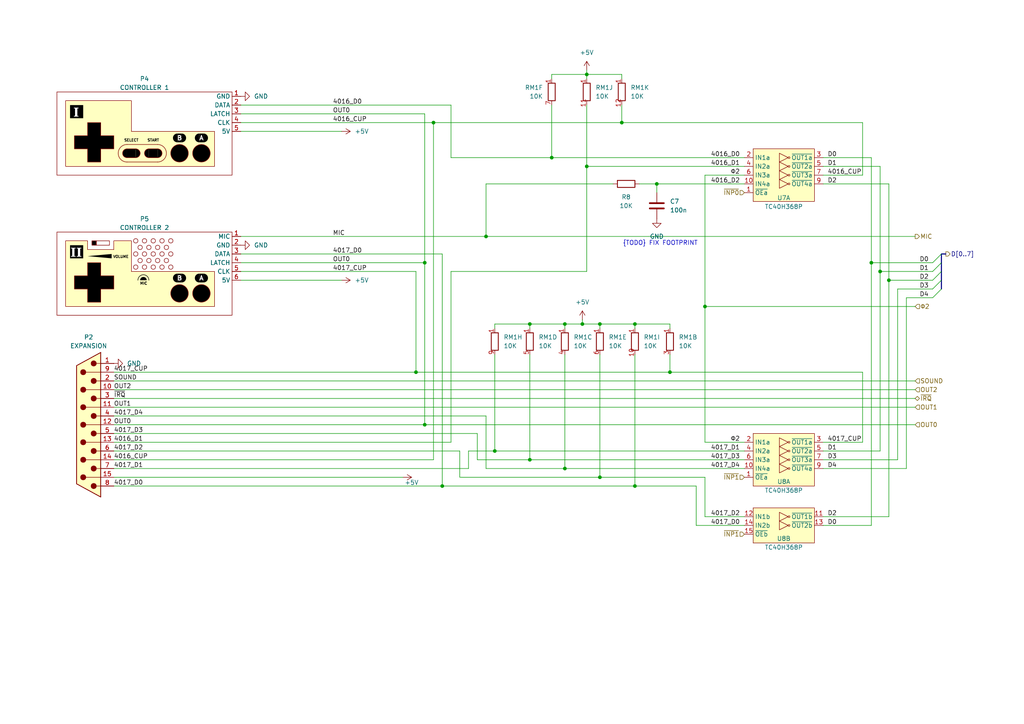
<source format=kicad_sch>
(kicad_sch (version 20250114) (generator "eeschema") (generator_version "9.0")
  (paper "A4")
  (title_block (title "Nintendo Famicom Mainboard") (date "2025-10-30") (rev "1"))
  (lib_symbols
    (symbol "Connector:DA15_Pins" (pin_names (offset 1.016) (hide yes))
      (property "Reference" "J" (at 0.508 21.59 0))
      (property "Value" "DA15_Pins" (at 0 -22.225 0))
      (symbol "DA15_Pins_0_1"
        (polyline (pts (xy -3.81 17.78) (xy -2.54 17.78)))
        (polyline (pts (xy -3.81 15.24) (xy 0.508 15.24)))
        (polyline (pts (xy -3.81 12.7) (xy -2.54 12.7)))
        (polyline (pts (xy -3.81 10.16) (xy 0.508 10.16)))
        (polyline (pts (xy -3.81 7.62) (xy -2.54 7.62)))
        (polyline (pts (xy -3.81 5.08) (xy 0.508 5.08)))
        (polyline (pts (xy -3.81 2.54) (xy -2.54 2.54)))
        (polyline (pts (xy -3.81 0) (xy 0.508 0)))
        (polyline (pts (xy -3.81 -2.54) (xy -2.54 -2.54)))
        (polyline (pts (xy -3.81 -5.08) (xy 0.508 -5.08)))
        (polyline (pts (xy -3.81 -7.62) (xy -2.54 -7.62)))
        (polyline (pts (xy -3.81 -10.16) (xy 0.508 -10.16)))
        (polyline (pts (xy -3.81 -12.7) (xy -2.54 -12.7)))
        (polyline (pts (xy -3.81 -15.24) (xy 0.508 -15.24)))
        (polyline (pts (xy -3.81 -17.78) (xy -2.54 -17.78)))
        (polyline (pts (xy -3.81 -20.955) (xy 3.175 -17.145) (xy 3.175 17.145) (xy -3.81 20.955) (xy -3.81 -20.955)) (stroke (width 0.254)) (fill (type background)))
        (circle (center -1.778 17.78) (radius 0.762) (fill (type outline)))
        (circle (center -1.778 12.7) (radius 0.762) (fill (type outline)))
        (circle (center -1.778 7.62) (radius 0.762) (fill (type outline)))
        (circle (center -1.778 2.54) (radius 0.762) (fill (type outline)))
        (circle (center -1.778 -2.54) (radius 0.762) (fill (type outline)))
        (circle (center -1.778 -7.62) (radius 0.762) (fill (type outline)))
        (circle (center -1.778 -12.7) (radius 0.762) (fill (type outline)))
        (circle (center -1.778 -17.78) (radius 0.762) (fill (type outline)))
        (circle (center 1.27 15.24) (radius 0.762) (fill (type outline)))
        (circle (center 1.27 10.16) (radius 0.762) (fill (type outline)))
        (circle (center 1.27 5.08) (radius 0.762) (fill (type outline)))
        (circle (center 1.27 0) (radius 0.762) (fill (type outline)))
        (circle (center 1.27 -5.08) (radius 0.762) (fill (type outline)))
        (circle (center 1.27 -10.16) (radius 0.762) (fill (type outline)))
        (circle (center 1.27 -15.24) (radius 0.762) (fill (type outline)))
      )
      (symbol "DA15_Pins_1_1"
        (pin passive line (at -7.62 17.78 0) (length 3.81) (name "8") (number "8"))
        (pin passive line (at -7.62 15.24 0) (length 3.81) (name "P15") (number "15"))
        (pin passive line (at -7.62 12.7 0) (length 3.81) (name "7") (number "7"))
        (pin passive line (at -7.62 10.16 0) (length 3.81) (name "P14") (number "14"))
        (pin passive line (at -7.62 7.62 0) (length 3.81) (name "6") (number "6"))
        (pin passive line (at -7.62 5.08 0) (length 3.81) (name "P13") (number "13"))
        (pin passive line (at -7.62 2.54 0) (length 3.81) (name "5") (number "5"))
        (pin passive line (at -7.62 0 0) (length 3.81) (name "P12") (number "12"))
        (pin passive line (at -7.62 -2.54 0) (length 3.81) (name "4") (number "4"))
        (pin passive line (at -7.62 -5.08 0) (length 3.81) (name "P111") (number "11"))
        (pin passive line (at -7.62 -7.62 0) (length 3.81) (name "3") (number "3"))
        (pin passive line (at -7.62 -10.16 0) (length 3.81) (name "P10") (number "10"))
        (pin passive line (at -7.62 -12.7 0) (length 3.81) (name "2") (number "2"))
        (pin passive line (at -7.62 -15.24 0) (length 3.81) (name "P9") (number "9"))
        (pin passive line (at -7.62 -17.78 0) (length 3.81) (name "1") (number "1"))
      )
    )
    (symbol "Device:C" (pin_numbers (hide yes)) (pin_names (offset 0.254))
      (property "Reference" "C" (at 0.635 2.54 0))
      (property "Value" "C" (at 0.635 -2.54 0))
      (symbol "C_0_1"
        (polyline (pts (xy -2.032 0.762) (xy 2.032 0.762)) (stroke (width 0.508)))
        (polyline (pts (xy -2.032 -0.762) (xy 2.032 -0.762)) (stroke (width 0.508)))
      )
      (symbol "C_1_1"
        (pin passive line (at 0 3.81 270) (length 2.794) (name "~") (number "1"))
        (pin passive line (at 0 -3.81 90) (length 2.794) (name "~") (number "2"))
      )
    )
    (symbol "Device:R" (pin_numbers (hide yes)) (pin_names (offset 0))
      (property "Reference" "R" (at 2.032 0 90))
      (property "Value" "R" (at 0 0 90))
      (symbol "R_0_1"
        (rectangle (start -1.016 -2.54) (end 1.016 2.54) (stroke (width 0.254)))
      )
      (symbol "R_1_1"
        (pin passive line (at 0 3.81 270) (length 1.27) (name "~") (number "1"))
        (pin passive line (at 0 -3.81 90) (length 1.27) (name "~") (number "2"))
      )
    )
    (symbol "Device:R_Network11_Split" (pin_names (offset 0) (hide yes))
      (property "Reference" "RN" (at 2.032 0 90))
      (property "Value" "R_Network11_Split" (at 0 0 90))
      (symbol "R_Network11_Split_0_1"
        (rectangle (start 1.016 2.54) (end -1.016 -2.54) (stroke (width 0.254)))
        (pin passive line (at 0 3.81 270) (length 1.27) (name "R1") (number "1"))
      )
      (symbol "R_Network11_Split_1_1"
        (pin passive line (at 0 -3.81 90) (length 1.27) (name "R1.2") (number "2"))
      )
      (symbol "R_Network11_Split_2_1"
        (pin passive line (at 0 -3.81 90) (length 1.27) (name "R2.2") (number "3"))
      )
      (symbol "R_Network11_Split_3_1"
        (pin passive line (at 0 -3.81 90) (length 1.27) (name "R3.2") (number "4"))
      )
      (symbol "R_Network11_Split_4_1"
        (pin passive line (at 0 -3.81 90) (length 1.27) (name "R4.2") (number "5"))
      )
      (symbol "R_Network11_Split_5_1"
        (pin passive line (at 0 -3.81 90) (length 1.27) (name "R5.2") (number "6"))
      )
      (symbol "R_Network11_Split_6_1"
        (pin passive line (at 0 -3.81 90) (length 1.27) (name "R6.2") (number "7"))
      )
      (symbol "R_Network11_Split_7_1"
        (pin passive line (at 0 -3.81 90) (length 1.27) (name "R7.2") (number "8"))
      )
      (symbol "R_Network11_Split_8_1"
        (pin passive line (at 0 -3.81 90) (length 1.27) (name "R8.2") (number "9"))
      )
      (symbol "R_Network11_Split_9_1"
        (pin passive line (at 0 -3.81 90) (length 1.27) (name "R9.2") (number "10"))
      )
      (symbol "R_Network11_Split_10_1"
        (pin passive line (at 0 -3.81 90) (length 1.27) (name "R10.2") (number "11"))
      )
      (symbol "R_Network11_Split_11_1"
        (pin passive line (at 0 -3.81 90) (length 1.27) (name "R11.2") (number "12"))
      )
    )
    (symbol "Famicom:74LS368"
      (property "Reference" "U" (at 0 7.874 0))
      (property "Value" "{value}" (at 0 4.826 0))
      (symbol "74LS368_1_0"
        (pin input line (at -11.43 0 0) (length 2.54) (name "IN1a") (number "2"))
        (pin input line (at -11.43 -2.54 0) (length 2.54) (name "IN2a") (number "4"))
        (pin input line (at -11.43 -5.08 0) (length 2.54) (name "IN3a") (number "6"))
        (pin input line (at -11.43 -7.62 0) (length 2.54) (name "IN4a") (number "10"))
        (pin input line (at -11.43 -10.16 0) (length 2.54) (name "~{OEa}") (number "1"))
        (pin tri_state line (at 11.43 0 180) (length 2.54) (name "~{OUT1a}") (number "3"))
        (pin tri_state line (at 11.43 -2.54 180) (length 2.54) (name "~{OUT2a}") (number "5"))
        (pin tri_state line (at 11.43 -5.08 180) (length 2.54) (name "~{OUT3a}") (number "7"))
        (pin tri_state line (at 11.43 -7.62 180) (length 2.54) (name "~{OUT4a}") (number "9"))
      )
      (symbol "74LS368_1_1"
        (rectangle (start -8.89 2.54) (end 8.89 -12.7) (fill (type background)))
        (polyline (pts (xy -1.27 1.27) (xy -1.27 -1.27) (xy 1.27 0) (xy -1.27 1.27)))
        (polyline (pts (xy -1.27 -1.27) (xy -1.27 -3.81) (xy 1.27 -2.54) (xy -1.27 -1.27)))
        (polyline (pts (xy -1.27 -3.81) (xy -1.27 -6.35) (xy 1.27 -5.08) (xy -1.27 -3.81)))
        (polyline (pts (xy -1.27 -6.35) (xy -1.27 -8.89) (xy 1.27 -7.62) (xy -1.27 -6.35)))
        (circle (center 1.524 0) (radius 0.254))
        (circle (center 1.524 -2.54) (radius 0.254))
        (circle (center 1.524 -5.08) (radius 0.254))
        (circle (center 1.524 -7.62) (radius 0.254))
      )
      (symbol "74LS368_2_0"
        (pin input line (at -11.43 -2.54 0) (length 2.54) (name "IN1b") (number "12"))
        (pin input line (at -11.43 -5.08 0) (length 2.54) (name "IN2b") (number "14"))
        (pin input line (at -11.43 -7.62 0) (length 2.54) (name "~{OEb}") (number "15"))
        (pin tri_state line (at 11.43 -2.54 180) (length 2.54) (name "~{OUT1b}") (number "11"))
        (pin tri_state line (at 11.43 -5.08 180) (length 2.54) (name "~{OUT2b}") (number "13"))
      )
      (symbol "74LS368_2_1"
        (rectangle (start -8.89 0) (end 8.89 -10.16) (fill (type background)))
        (polyline (pts (xy -1.27 -1.27) (xy -1.27 -3.81) (xy 1.27 -2.54) (xy -1.27 -1.27)))
        (polyline (pts (xy -1.27 -3.81) (xy -1.27 -6.35) (xy 1.27 -5.08) (xy -1.27 -3.81)))
        (circle (center 1.524 -2.54) (radius 0.254))
        (circle (center 1.524 -5.08) (radius 0.254))
      )
      (symbol "74LS368_3_0"
        (pin power_in line (at 0 2.54 270) (length 2.54) (name "VCC") (number "16"))
        (pin power_in line (at 0 -12.7 90) (length 2.54) (name "GND") (number "8"))
      )
      (symbol "74LS368_3_1"
        (rectangle (start -2.54 0) (end 2.54 -10.16) (fill (type background)))
      )
    )
    (symbol "Famicom:CONTROLLER1"
      (property "Reference" "P" (at -25.654 -6.096 0))
      (symbol "CONTROLLER1_0_0"
        (pin power_in line (at 2.54 -1.27 180) (length 2.54) (name "GND") (number "1"))
        (pin power_in line (at 2.54 -11.43 180) (length 2.54) (name "5V") (number "5"))
      )
      (symbol "CONTROLLER1_1_0"
        (pin output line (at 2.54 -3.81 180) (length 2.54) (name "DATA") (number "2"))
        (pin input line (at 2.54 -6.35 180) (length 2.54) (name "LATCH") (number "3"))
        (pin input line (at 2.54 -8.89 180) (length 2.54) (name "CLK") (number "4"))
      )
      (symbol "CONTROLLER1_1_1"
        (rectangle (start -50.8 0) (end 0 -24.13))
        (polyline (pts (xy -48.26 -2.54) (xy -48.26 -21.59) (xy -5.08 -21.59) (xy -5.08 -11.43) (xy -29.21 -11.43) (xy -29.21 -2.54) (xy -48.26 -2.54)) (fill (type background)))
        (rectangle (start -46.99 -3.81) (end -43.18 -7.62) (stroke (width -0.0001)) (fill (type color) (color 0 0 0 1)))
        (polyline (pts (xy -41.91 -8.89) (xy -41.91 -12.7) (xy -45.72 -12.7) (xy -45.72 -16.51) (xy -41.91 -16.51) (xy -41.91 -20.32) (xy -38.1 -20.32) (xy -38.1 -16.51) (xy -34.29 -16.51) (xy -34.29 -12.7) (xy -38.1 -12.7) (xy -38.1 -8.89) (xy -41.91 -8.89)) (fill (type color) (color 0 0 0 1)))
        (polyline (pts (xy -30.48 -15.24) (xy -21.59 -15.24)))
        (rectangle (start -30.48 -16.51) (end -27.94 -19.05) (stroke (width -0.0001)) (fill (type color) (color 0 0 0 1)))
        (polyline (pts (xy -30.48 -16.51) (xy -27.94 -16.51)))
        (arc (start -30.48 -19.05) (mid -31.75 -17.78) (end -30.48 -16.51) (fill (type color) (color 0 0 0 1)))
        (arc (start -30.48 -20.32) (mid -33.02 -17.78) (end -30.48 -15.24))
        (polyline (pts (xy -30.48 -19.05) (xy -27.94 -19.05)))
        (polyline (pts (xy -30.48 -20.32) (xy -21.59 -20.32)))
        (arc (start -27.94 -16.51) (mid -26.67 -17.78) (end -27.94 -19.05) (fill (type color) (color 0 0 0 1)))
        (rectangle (start -24.13 -16.51) (end -21.59 -19.05) (stroke (width -0.0001)) (fill (type color) (color 0 0 0 1)))
        (polyline (pts (xy -24.13 -16.51) (xy -21.59 -16.51)))
        (arc (start -24.13 -19.05) (mid -25.4 -17.78) (end -24.13 -16.51) (fill (type color) (color 0 0 0 1)))
        (polyline (pts (xy -24.13 -19.05) (xy -21.59 -19.05)))
        (arc (start -21.59 -15.24) (mid -19.05 -17.78) (end -21.59 -20.32))
        (arc (start -21.59 -16.51) (mid -20.32 -17.78) (end -21.59 -19.05) (fill (type color) (color 0 0 0 1)))
        (rectangle (start -15.875 -12.065) (end -14.605 -14.605) (stroke (width -0.0001)) (fill (type color) (color 0 0 0 1)))
        (arc (start -15.875 -14.605) (mid -17.145 -13.335) (end -15.875 -12.065) (stroke (width -0.0001)) (fill (type color) (color 0 0 0 1)))
        (circle (center -15.24 -17.78) (radius 2.54) (fill (type color) (color 0 0 0 1)))
        (arc (start -14.605 -12.065) (mid -13.335 -13.335) (end -14.605 -14.605) (stroke (width -0.0001)) (fill (type color) (color 0 0 0 1)))
        (rectangle (start -9.525 -12.065) (end -8.255 -14.605) (stroke (width -0.0001)) (fill (type color) (color 0 0 0 1)))
        (arc (start -9.525 -14.605) (mid -10.795 -13.335) (end -9.525 -12.065) (stroke (width -0.0001)) (fill (type color) (color 0 0 0 1)))
        (circle (center -8.89 -17.78) (radius 2.54) (fill (type color) (color 0 0 0 1)))
        (arc (start -8.255 -12.065) (mid -6.985 -13.335) (end -8.255 -14.605) (stroke (width -0.0001)) (fill (type color) (color 0 0 0 1)))
        (text "I" (at -45.212 -6.096 0) (effects (font (size 2.54 2.54) (bold yes))))
        (text "SELECT" (at -29.21 -13.97 0) (effects (font (size 0.762 0.762))))
        (text "START" (at -22.86 -13.97 0) (effects (font (size 0.762 0.762))))
        (text "B" (at -15.24 -13.335 0) (effects (font (size 1.27 1.27) (thickness 0.254) (bold yes))))
        (text "A" (at -8.89 -13.335 0) (effects (font (size 1.27 1.27) (thickness 0.254) (bold yes))))
      )
    )
    (symbol "Famicom:CONTROLLER2"
      (property "Reference" "P" (at -8.636 17.018 0))
      (symbol "CONTROLLER2_0_0"
        (pin output line (at 2.54 -1.27 180) (length 2.54) (name "MIC") (number "1"))
        (pin power_in line (at 2.54 -3.81 180) (length 2.54) (name "GND") (number "2"))
        (pin power_in line (at 2.54 -13.97 180) (length 2.54) (name "5V") (number "6"))
      )
      (symbol "CONTROLLER2_1_0"
        (pin output line (at 2.54 -6.35 180) (length 2.54) (name "DATA") (number "3"))
        (pin input line (at 2.54 -8.89 180) (length 2.54) (name "LATCH") (number "4"))
        (pin input line (at 2.54 -11.43 180) (length 2.54) (name "CLK") (number "5"))
      )
      (symbol "CONTROLLER2_1_1"
        (rectangle (start -50.8 0) (end 0 -24.13))
        (polyline (pts (xy -48.26 -2.54) (xy -48.26 -21.59) (xy -5.08 -21.59) (xy -5.08 -11.43) (xy -29.21 -11.43) (xy -29.21 -2.54) (xy -34.29 -2.54) (xy -34.29 -5.08) (xy -41.91 -5.08) (xy -41.91 -2.54) (xy -48.26 -2.54)) (fill (type background)))
        (rectangle (start -46.99 -3.81) (end -43.18 -7.62) (stroke (width -0.0001)) (fill (type color) (color 0 0 0 1)))
        (polyline (pts (xy -41.91 -6.985) (xy -34.925 -6.35) (xy -34.925 -7.62) (xy -41.91 -6.985)) (stroke (width -0.0001)) (fill (type color) (color 0 0 0 1)))
        (polyline (pts (xy -41.91 -8.89) (xy -41.91 -12.7) (xy -45.72 -12.7) (xy -45.72 -16.51) (xy -41.91 -16.51) (xy -41.91 -20.32) (xy -38.1 -20.32) (xy -38.1 -16.51) (xy -34.29 -16.51) (xy -34.29 -12.7) (xy -38.1 -12.7) (xy -38.1 -8.89) (xy -41.91 -8.89)) (fill (type color) (color 0 0 0 1)))
        (rectangle (start -40.64 -2.54) (end -39.37 -3.81) (fill (type color) (color 0 0 0 1)))
        (rectangle (start -39.37 -2.54) (end -35.56 -3.81))
        (circle (center -27.94 -2.54) (radius 0.635))
        (circle (center -27.94 -6.35) (radius 0.635))
        (circle (center -27.94 -10.16) (radius 0.635))
        (circle (center -26.67 -4.445) (radius 0.635))
        (circle (center -26.67 -8.255) (radius 0.635))
        (arc (start -27.305 -13.97) (mid -25.7175 -12.3825) (end -24.13 -13.97) (stroke (width 0) (color 0 0 0 1)))
        (arc (start -26.67 -13.97) (mid -25.7175 -13.0175) (end -24.765 -13.97) (stroke (width -0.0001)) (fill (type color) (color 0 0 0 1)))
        (circle (center -25.4 -2.54) (radius 0.635))
        (circle (center -25.4 -6.35) (radius 0.635))
        (circle (center -25.4 -10.16) (radius 0.635))
        (circle (center -24.13 -4.445) (radius 0.635))
        (circle (center -24.13 -8.255) (radius 0.635))
        (circle (center -22.86 -2.54) (radius 0.635))
        (circle (center -22.86 -6.35) (radius 0.635))
        (circle (center -22.86 -10.16) (radius 0.635))
        (circle (center -21.59 -4.445) (radius 0.635))
        (circle (center -21.59 -8.255) (radius 0.635))
        (circle (center -20.32 -2.54) (radius 0.635))
        (circle (center -20.32 -6.35) (radius 0.635))
        (circle (center -20.32 -10.16) (radius 0.635))
        (circle (center -19.05 -4.445) (radius 0.635))
        (circle (center -19.05 -8.255) (radius 0.635))
        (circle (center -17.78 -2.54) (radius 0.635))
        (circle (center -17.78 -6.35) (radius 0.635))
        (circle (center -17.78 -10.16) (radius 0.635))
        (rectangle (start -15.875 -12.065) (end -14.605 -14.605) (stroke (width -0.0001)) (fill (type color) (color 0 0 0 1)))
        (arc (start -15.875 -14.605) (mid -17.145 -13.335) (end -15.875 -12.065) (stroke (width -0.0001)) (fill (type color) (color 0 0 0 1)))
        (circle (center -15.24 -17.78) (radius 2.54) (fill (type color) (color 0 0 0 1)))
        (arc (start -14.605 -12.065) (mid -13.335 -13.335) (end -14.605 -14.605) (stroke (width -0.0001)) (fill (type color) (color 0 0 0 1)))
        (rectangle (start -9.525 -12.065) (end -8.255 -14.605) (stroke (width -0.0001)) (fill (type color) (color 0 0 0 1)))
        (arc (start -9.525 -14.605) (mid -10.795 -13.335) (end -9.525 -12.065) (stroke (width -0.0001)) (fill (type color) (color 0 0 0 1)))
        (circle (center -8.89 -17.78) (radius 2.54) (fill (type color) (color 0 0 0 1)))
        (arc (start -8.255 -12.065) (mid -6.985 -13.335) (end -8.255 -14.605) (stroke (width -0.0001)) (fill (type color) (color 0 0 0 1)))
        (text "II" (at -45.212 -6.096 0) (effects (font (size 2.54 2.54) (bold yes))))
        (text "VOLUME" (at -32.258 -7.112 0) (effects (font (size 0.762 0.762))))
        (text "MIC" (at -25.654 -14.859 0) (effects (font (size 0.762 0.762))))
        (text "B" (at -15.24 -13.335 0) (effects (font (size 1.27 1.27) (thickness 0.254) (bold yes))))
        (text "A" (at -8.89 -13.335 0) (effects (font (size 1.27 1.27) (thickness 0.254) (bold yes))))
      )
    )
    (symbol "power:+5V" (power) (pin_numbers (hide yes)) (pin_names (offset 0) (hide yes))
      (property "Value" "+5V" (at 0 3.556 0))
      (symbol "+5V_0_1"
        (polyline (pts (xy -0.762 1.27) (xy 0 2.54)))
        (polyline (pts (xy 0 2.54) (xy 0.762 1.27)))
        (polyline (pts (xy 0 0) (xy 0 2.54)))
      )
      (symbol "+5V_1_1"
        (pin power_in line (at 0 0 90) (length 0) (name "~") (number "1"))
      )
    )
    (symbol "power:GND" (power) (pin_numbers (hide yes)) (pin_names (offset 0) (hide yes))
      (property "Value" "GND" (at 0 -3.81 0))
      (symbol "GND_0_1"
        (polyline (pts (xy 0 0) (xy 0 -1.27) (xy 1.27 -1.27) (xy 0 -2.54) (xy -1.27 -1.27) (xy 0 -1.27)))
      )
      (symbol "GND_1_1"
        (pin power_in line (at 0 0 270) (length 0) (name "~") (number "1"))
      )
    )
  )
  (text "{TODO} FIX FOOTPRINT" (at 191.516 70.612 0) (effects (font (size 1.27 1.27))))
  (junction (at 163.83 135.89))
  (junction (at 123.19 123.19))
  (junction (at 204.47 88.9))
  (junction (at 123.19 76.2))
  (junction (at 190.5 53.34))
  (junction (at 153.67 133.35))
  (junction (at 128.27 140.97))
  (junction (at 120.65 107.95))
  (junction (at 180.34 35.56))
  (junction (at 170.18 21.59))
  (junction (at 168.91 93.98))
  (junction (at 143.51 130.81))
  (junction (at 160.02 45.72))
  (junction (at 173.99 93.98))
  (junction (at 163.83 93.98))
  (junction (at 153.67 93.98))
  (junction (at 194.31 107.95))
  (junction (at 184.15 140.97))
  (junction (at 257.81 81.28))
  (junction (at 125.73 35.56))
  (junction (at 252.73 76.2))
  (junction (at 255.27 78.74))
  (junction (at 184.15 93.98))
  (junction (at 173.99 138.43))
  (junction (at 140.97 68.58))
  (junction (at 170.18 48.26))
  (bus_entry (at 273.05 73.66) (size -2.54 2.54))
  (bus_entry (at 273.05 76.2) (size -2.54 2.54))
  (bus_entry (at 273.05 83.82) (size -2.54 2.54))
  (bus_entry (at 273.05 78.74) (size -2.54 2.54))
  (bus_entry (at 273.05 81.28) (size -2.54 2.54))
  (wire (pts (xy 143.51 130.81) (xy 215.9 130.81)))
  (wire (pts (xy 170.18 48.26) (xy 215.9 48.26)))
  (wire (pts (xy 238.76 45.72) (xy 252.73 45.72)))
  (wire (pts (xy 123.19 33.02) (xy 123.19 76.2)))
  (wire (pts (xy 130.81 45.72) (xy 160.02 45.72)))
  (wire (pts (xy 143.51 93.98) (xy 153.67 93.98)))
  (wire (pts (xy 33.02 113.03) (xy 265.43 113.03)))
  (wire (pts (xy 238.76 50.8) (xy 250.19 50.8)))
  (wire (pts (xy 33.02 133.35) (xy 125.73 133.35)))
  (wire (pts (xy 194.31 107.95) (xy 250.19 107.95)))
  (wire (pts (xy 140.97 135.89) (xy 140.97 120.65)))
  (wire (pts (xy 190.5 53.34) (xy 215.9 53.34)))
  (wire (pts (xy 133.35 138.43) (xy 133.35 130.81)))
  (wire (pts (xy 250.19 128.27) (xy 250.19 107.95)))
  (wire (pts (xy 204.47 50.8) (xy 215.9 50.8)))
  (wire (pts (xy 204.47 149.86) (xy 215.9 149.86)))
  (wire (pts (xy 33.02 123.19) (xy 123.19 123.19)))
  (wire (pts (xy 163.83 102.87) (xy 163.83 135.89)))
  (wire (pts (xy 238.76 152.4) (xy 252.73 152.4)))
  (wire (pts (xy 33.02 128.27) (xy 130.81 128.27)))
  (wire (pts (xy 252.73 76.2) (xy 252.73 152.4)))
  (wire (pts (xy 69.85 38.1) (xy 99.06 38.1)))
  (wire (pts (xy 238.76 53.34) (xy 257.81 53.34)))
  (wire (pts (xy 204.47 138.43) (xy 204.47 149.86)))
  (wire (pts (xy 238.76 133.35) (xy 260.35 133.35)))
  (wire (pts (xy 168.91 92.71) (xy 168.91 93.98)))
  (wire (pts (xy 238.76 135.89) (xy 262.89 135.89)))
  (wire (pts (xy 257.81 81.28) (xy 257.81 149.86)))
  (wire (pts (xy 257.81 81.28) (xy 270.51 81.28)))
  (wire (pts (xy 163.83 93.98) (xy 163.83 95.25)))
  (wire (pts (xy 143.51 102.87) (xy 143.51 130.81)))
  (wire (pts (xy 255.27 48.26) (xy 255.27 78.74)))
  (wire (pts (xy 120.65 78.74) (xy 120.65 107.95)))
  (wire (pts (xy 180.34 21.59) (xy 180.34 22.86)))
  (wire (pts (xy 260.35 133.35) (xy 260.35 83.82)))
  (wire (pts (xy 257.81 53.34) (xy 257.81 81.28)))
  (wire (pts (xy 143.51 95.25) (xy 143.51 93.98)))
  (bus (pts (xy 273.05 76.2) (xy 273.05 78.74)))
  (wire (pts (xy 190.5 53.34) (xy 190.5 55.88)))
  (wire (pts (xy 262.89 135.89) (xy 262.89 86.36)))
  (bus (pts (xy 273.05 81.28) (xy 273.05 83.82)))
  (bus (pts (xy 273.05 73.66) (xy 274.32 73.66)))
  (wire (pts (xy 170.18 30.48) (xy 170.18 48.26)))
  (wire (pts (xy 33.02 120.65) (xy 140.97 120.65)))
  (wire (pts (xy 252.73 76.2) (xy 270.51 76.2)))
  (wire (pts (xy 194.31 95.25) (xy 194.31 93.98)))
  (wire (pts (xy 130.81 30.48) (xy 130.81 45.72)))
  (wire (pts (xy 69.85 35.56) (xy 125.73 35.56)))
  (wire (pts (xy 170.18 21.59) (xy 170.18 22.86)))
  (wire (pts (xy 238.76 130.81) (xy 255.27 130.81)))
  (wire (pts (xy 262.89 86.36) (xy 270.51 86.36)))
  (wire (pts (xy 33.02 118.11) (xy 265.43 118.11)))
  (wire (pts (xy 184.15 102.87) (xy 184.15 140.97)))
  (wire (pts (xy 163.83 135.89) (xy 140.97 135.89)))
  (wire (pts (xy 140.97 68.58) (xy 265.43 68.58)))
  (wire (pts (xy 170.18 48.26) (xy 170.18 78.74)))
  (wire (pts (xy 201.93 140.97) (xy 201.93 152.4)))
  (wire (pts (xy 33.02 135.89) (xy 135.89 135.89)))
  (wire (pts (xy 125.73 35.56) (xy 180.34 35.56)))
  (wire (pts (xy 135.89 135.89) (xy 135.89 130.81)))
  (wire (pts (xy 69.85 73.66) (xy 128.27 73.66)))
  (wire (pts (xy 153.67 133.35) (xy 215.9 133.35)))
  (wire (pts (xy 204.47 128.27) (xy 215.9 128.27)))
  (wire (pts (xy 170.18 21.59) (xy 180.34 21.59)))
  (wire (pts (xy 204.47 88.9) (xy 204.47 128.27)))
  (wire (pts (xy 153.67 93.98) (xy 163.83 93.98)))
  (wire (pts (xy 123.19 123.19) (xy 265.43 123.19)))
  (wire (pts (xy 173.99 93.98) (xy 184.15 93.98)))
  (wire (pts (xy 153.67 133.35) (xy 138.43 133.35)))
  (wire (pts (xy 184.15 140.97) (xy 128.27 140.97)))
  (wire (pts (xy 130.81 78.74) (xy 130.81 128.27)))
  (wire (pts (xy 160.02 45.72) (xy 215.9 45.72)))
  (wire (pts (xy 33.02 107.95) (xy 120.65 107.95)))
  (wire (pts (xy 160.02 22.86) (xy 160.02 21.59)))
  (wire (pts (xy 204.47 88.9) (xy 265.43 88.9)))
  (wire (pts (xy 255.27 78.74) (xy 270.51 78.74)))
  (wire (pts (xy 168.91 93.98) (xy 173.99 93.98)))
  (wire (pts (xy 238.76 48.26) (xy 255.27 48.26)))
  (wire (pts (xy 125.73 35.56) (xy 125.73 133.35)))
  (wire (pts (xy 204.47 50.8) (xy 204.47 88.9)))
  (wire (pts (xy 170.18 20.32) (xy 170.18 21.59)))
  (bus (pts (xy 273.05 78.74) (xy 273.05 81.28)))
  (wire (pts (xy 69.85 78.74) (xy 120.65 78.74)))
  (wire (pts (xy 33.02 130.81) (xy 133.35 130.81)))
  (wire (pts (xy 184.15 93.98) (xy 184.15 95.25)))
  (wire (pts (xy 168.91 93.98) (xy 163.83 93.98)))
  (wire (pts (xy 69.85 68.58) (xy 140.97 68.58)))
  (wire (pts (xy 252.73 45.72) (xy 252.73 76.2)))
  (wire (pts (xy 120.65 107.95) (xy 194.31 107.95)))
  (wire (pts (xy 69.85 33.02) (xy 123.19 33.02)))
  (wire (pts (xy 173.99 138.43) (xy 133.35 138.43)))
  (wire (pts (xy 255.27 78.74) (xy 255.27 130.81)))
  (wire (pts (xy 153.67 102.87) (xy 153.67 133.35)))
  (wire (pts (xy 185.42 53.34) (xy 190.5 53.34)))
  (wire (pts (xy 33.02 138.43) (xy 116.84 138.43)))
  (wire (pts (xy 180.34 35.56) (xy 250.19 35.56)))
  (wire (pts (xy 69.85 81.28) (xy 99.06 81.28)))
  (wire (pts (xy 173.99 102.87) (xy 173.99 138.43)))
  (wire (pts (xy 194.31 93.98) (xy 184.15 93.98)))
  (wire (pts (xy 160.02 30.48) (xy 160.02 45.72)))
  (wire (pts (xy 201.93 152.4) (xy 215.9 152.4)))
  (wire (pts (xy 130.81 78.74) (xy 170.18 78.74)))
  (wire (pts (xy 163.83 135.89) (xy 215.9 135.89)))
  (bus (pts (xy 273.05 73.66) (xy 273.05 76.2)))
  (wire (pts (xy 260.35 83.82) (xy 270.51 83.82)))
  (wire (pts (xy 69.85 30.48) (xy 130.81 30.48)))
  (wire (pts (xy 128.27 73.66) (xy 128.27 140.97)))
  (wire (pts (xy 250.19 35.56) (xy 250.19 50.8)))
  (wire (pts (xy 69.85 76.2) (xy 123.19 76.2)))
  (wire (pts (xy 138.43 133.35) (xy 138.43 125.73)))
  (wire (pts (xy 33.02 115.57) (xy 265.43 115.57)))
  (wire (pts (xy 153.67 93.98) (xy 153.67 95.25)))
  (wire (pts (xy 173.99 138.43) (xy 204.47 138.43)))
  (wire (pts (xy 135.89 130.81) (xy 143.51 130.81)))
  (wire (pts (xy 238.76 128.27) (xy 250.19 128.27)))
  (wire (pts (xy 33.02 140.97) (xy 128.27 140.97)))
  (wire (pts (xy 140.97 53.34) (xy 140.97 68.58)))
  (wire (pts (xy 173.99 93.98) (xy 173.99 95.25)))
  (wire (pts (xy 238.76 149.86) (xy 257.81 149.86)))
  (wire (pts (xy 140.97 53.34) (xy 177.8 53.34)))
  (wire (pts (xy 194.31 102.87) (xy 194.31 107.95)))
  (wire (pts (xy 160.02 21.59) (xy 170.18 21.59)))
  (wire (pts (xy 33.02 125.73) (xy 138.43 125.73)))
  (wire (pts (xy 184.15 140.97) (xy 201.93 140.97)))
  (wire (pts (xy 123.19 76.2) (xy 123.19 123.19)))
  (wire (pts (xy 33.02 110.49) (xy 265.43 110.49)))
  (wire (pts (xy 180.34 30.48) (xy 180.34 35.56)))
  (label "4016_D2" (at 214.63 53.34 180))
  (label "OUT2" (at 33.02 113.03 0))
  (label "4016_CUP" (at 240.03 50.8 0))
  (label "4017_D3" (at 214.63 133.35 180))
  (label "D1" (at 266.7 78.74 0))
  (label "OUT0" (at 96.52 76.2 0))
  (label "4017_D0" (at 96.52 73.66 0))
  (label "OUT0" (at 33.02 123.19 0))
  (label "4016_D1" (at 33.02 128.27 0))
  (label "4016_CUP" (at 33.02 133.35 0))
  (label "D2" (at 240.03 53.34 0))
  (label "OUT1" (at 33.02 118.11 0))
  (label "4017_D4" (at 33.02 120.65 0))
  (label "4016_D1" (at 214.63 48.26 180))
  (label "Φ2" (at 214.63 128.27 180))
  (label "D3" (at 240.03 133.35 0))
  (label "4016_D0" (at 214.63 45.72 180))
  (label "D0" (at 266.7 76.2 0))
  (label "D2" (at 266.7 81.28 0))
  (label "D3" (at 266.7 83.82 0))
  (label "4016_CUP" (at 96.52 35.56 0))
  (label "4017_CUP" (at 96.52 78.74 0))
  (label "4017_CUP" (at 33.02 107.95 0))
  (label "MIC" (at 96.52 68.58 0))
  (label "D0" (at 240.03 152.4 0))
  (label "4017_D2" (at 33.02 130.81 0))
  (label "D4" (at 240.03 135.89 0))
  (label "D2" (at 240.03 149.86 0))
  (label "4017_CUP" (at 240.03 128.27 0))
  (label "4017_D4" (at 214.63 135.89 180))
  (label "~{IRQ}" (at 33.02 115.57 0))
  (label "D0" (at 240.03 45.72 0))
  (label "D1" (at 240.03 130.81 0))
  (label "OUT0" (at 96.52 33.02 0))
  (label "D1" (at 240.03 48.26 0))
  (label "4017_D1" (at 214.63 130.81 180))
  (label "4017_D0" (at 214.63 152.4 180))
  (label "4017_D1" (at 33.02 135.89 0))
  (label "Φ2" (at 214.63 50.8 180))
  (label "4017_D2" (at 214.63 149.86 180))
  (label "4017_D0" (at 33.02 140.97 0))
  (label "4016_D0" (at 96.52 30.48 0))
  (label "D4" (at 266.7 86.36 0))
  (label "SOUND" (at 33.02 110.49 0))
  (label "4017_D3" (at 33.02 125.73 0))
  (hierarchical_label "~{INP0}" (shape input) (at 215.9 55.88 180))
  (hierarchical_label "SOUND" (shape input) (at 265.43 110.49 0))
  (hierarchical_label "Φ2" (shape input) (at 265.43 88.9 0))
  (hierarchical_label "OUT0" (shape input) (at 265.43 123.19 0))
  (hierarchical_label "~{INP1}" (shape input) (at 215.9 138.43 180))
  (hierarchical_label "~{INP1}" (shape input) (at 215.9 154.94 180))
  (hierarchical_label "~{IRQ}" (shape bidirectional) (at 265.43 115.57 0))
  (hierarchical_label "MIC" (shape output) (at 265.43 68.58 0))
  (hierarchical_label "D[0..7]" (shape output) (at 274.32 73.66 0))
  (hierarchical_label "OUT1" (shape input) (at 265.43 118.11 0))
  (hierarchical_label "OUT2" (shape input) (at 265.43 113.03 0))
  (symbol (lib_id "power:GND") (at 33.02 105.41 90) (unit 1)
    (property "Reference" "#PWR06" (effects (hide yes)))
    (property "Value" "GND" (at 36.83 105.4099 90) (effects (justify right)))
    (property "Description" "Power symbol creates a global label with name \"GND\" , ground" (effects (hide yes)))
  )
  (symbol (lib_id "power:+5V") (at 99.06 38.1 270) (unit 1)
    (property "Reference" "#PWR058" (effects (hide yes)))
    (property "Value" "+5V" (at 102.87 38.0999 90) (effects (justify left)))
    (property "Description" "Power symbol creates a global label with name \"+5V\"" (effects (hide yes)))
  )
  (symbol (lib_id "Device:R_Network11_Split") (at 143.51 99.06 0) (unit 8)
    (property "Reference" "RM1" (at 146.05 97.7899 0) (effects (justify left)))
    (property "Value" "10K" (at 146.05 100.3299 0) (effects (justify left)))
    (property "Footprint" "Nintendo:R_Array_SIP12" (effects (hide yes)))
    (property "Datasheet" "http://www.vishay.com/docs/31509/csc.pdf" (effects (hide yes)))
    (property "Description" "11 resistor network, star topology, bussed resistors, split" (effects (hide yes)))
  )
  (symbol (lib_id "Device:R_Network11_Split") (at 173.99 99.06 0) (unit 5)
    (property "Reference" "RM1" (at 176.53 97.7899 0) (effects (justify left)))
    (property "Value" "10K" (at 176.53 100.3299 0) (effects (justify left)))
    (property "Footprint" "Nintendo:R_Array_SIP12" (effects (hide yes)))
    (property "Datasheet" "http://www.vishay.com/docs/31509/csc.pdf" (effects (hide yes)))
    (property "Description" "11 resistor network, star topology, bussed resistors, split" (effects (hide yes)))
  )
  (symbol (lib_id "Famicom:CONTROLLER1") (at 67.31 26.67 0) (unit 1)
    (property "Reference" "P4" (at 41.91 22.86 0))
    (property "Value" "CONTROLLER 1" (at 41.91 25.4 0))
    (property "Footprint" "Nintendo:connector_2mm_5pin" (effects (hide yes)))
  )
  (symbol (lib_id "Famicom:74LS368") (at 227.33 147.32 0) (unit 2)
    (property "Reference" "U8" (at 227.33 156.21 0))
    (property "Value" "TC40H368P" (at 227.33 158.75 0))
    (property "Footprint" "Nintendo:DIP-16_W7.62mm" (effects (hide yes)))
    (property "Datasheet" "kicad-embed://74LS368.pdf" (effects (hide yes)))
    (property "Description" "Hex Bus Driver inverter, 3-state outputs" (effects (hide yes)))
  )
  (symbol (lib_id "Connector:DA15_Pins") (at 25.4 123.19 180) (unit 1)
    (property "Reference" "P2" (at 25.7175 97.79 0))
    (property "Value" "EXPANSION" (at 25.7175 100.33 0))
    (property "Footprint" "Nintendo:connector_aux_15p" (effects (hide yes)))
    (property "Description" "15-pin D-SUB connector, pins (male) (low-density/2 columns)" (effects (hide yes)))
  )
  (symbol (lib_id "Device:R_Network11_Split") (at 163.83 99.06 0) (unit 3)
    (property "Reference" "RM1" (at 166.37 97.7899 0) (effects (justify left)))
    (property "Value" "10K" (at 166.37 100.3299 0) (effects (justify left)))
    (property "Footprint" "Nintendo:R_Array_SIP12" (effects (hide yes)))
    (property "Datasheet" "http://www.vishay.com/docs/31509/csc.pdf" (effects (hide yes)))
    (property "Description" "11 resistor network, star topology, bussed resistors, split" (effects (hide yes)))
  )
  (symbol (lib_id "Device:C") (at 190.5 59.69 0) (unit 1)
    (property "Reference" "C7" (at 194.31 58.4199 0) (effects (justify left)))
    (property "Value" "100n" (at 194.31 60.9599 0) (effects (justify left)))
    (property "Footprint" "Nintendo:C_Disc_NoSilk_D3.0mm_W2.0mm_P5.0mm" (effects (hide yes)))
    (property "Description" "Unpolarized capacitor" (effects (hide yes)))
  )
  (symbol (lib_id "Device:R_Network11_Split") (at 194.31 99.06 0) (unit 2)
    (property "Reference" "RM1" (at 196.85 97.7899 0) (effects (justify left)))
    (property "Value" "10K" (at 196.85 100.3299 0) (effects (justify left)))
    (property "Footprint" "Nintendo:R_Array_SIP12" (effects (hide yes)))
    (property "Datasheet" "http://www.vishay.com/docs/31509/csc.pdf" (effects (hide yes)))
    (property "Description" "11 resistor network, star topology, bussed resistors, split" (effects (hide yes)))
  )
  (symbol (lib_id "Device:R_Network11_Split") (at 170.18 26.67 0) (unit 10)
    (property "Reference" "RM1" (at 172.72 25.3999 0) (effects (justify left)))
    (property "Value" "10K" (at 172.72 27.9399 0) (effects (justify left)))
    (property "Footprint" "Nintendo:R_Array_SIP12" (effects (hide yes)))
    (property "Datasheet" "http://www.vishay.com/docs/31509/csc.pdf" (effects (hide yes)))
    (property "Description" "11 resistor network, star topology, bussed resistors, split" (effects (hide yes)))
  )
  (symbol (lib_id "power:+5V") (at 116.84 138.43 270) (unit 1)
    (property "Reference" "#PWR05" (effects (hide yes)))
    (property "Value" "+5V" (at 117.348 139.954 90) (effects (justify left)))
    (property "Description" "Power symbol creates a global label with name \"+5V\"" (effects (hide yes)))
  )
  (symbol (lib_id "Famicom:74LS368") (at 227.33 128.27 0) (unit 1)
    (property "Reference" "U8" (at 227.33 139.7 0))
    (property "Value" "TC40H368P" (at 227.33 142.24 0))
    (property "Footprint" "Nintendo:DIP-16_W7.62mm" (effects (hide yes)))
    (property "Datasheet" "kicad-embed://74LS368.pdf" (effects (hide yes)))
    (property "Description" "Hex Bus Driver inverter, 3-state outputs" (effects (hide yes)))
  )
  (symbol (lib_id "Device:R_Network11_Split") (at 180.34 26.67 0) (unit 11)
    (property "Reference" "RM1" (at 182.88 25.3999 0) (effects (justify left)))
    (property "Value" "10K" (at 182.88 27.9399 0) (effects (justify left)))
    (property "Footprint" "Nintendo:R_Array_SIP12" (effects (hide yes)))
    (property "Datasheet" "http://www.vishay.com/docs/31509/csc.pdf" (effects (hide yes)))
    (property "Description" "11 resistor network, star topology, bussed resistors, split" (effects (hide yes)))
  )
  (symbol (lib_id "Famicom:74LS368") (at 227.33 45.72 0) (unit 1)
    (property "Reference" "U7" (at 227.33 57.404 0))
    (property "Value" "TC40H368P" (at 227.33 59.944 0))
    (property "Footprint" "Nintendo:DIP-16_W7.62mm" (effects (hide yes)))
    (property "Datasheet" "kicad-embed://74LS368.pdf" (effects (hide yes)))
    (property "Description" "Hex Bus Driver inverter, 3-state outputs" (effects (hide yes)))
  )
  (symbol (lib_id "power:GND") (at 69.85 71.12 90) (unit 1)
    (property "Reference" "#PWR061" (effects (hide yes)))
    (property "Value" "GND" (at 73.66 71.1199 90) (effects (justify right)))
    (property "Description" "Power symbol creates a global label with name \"GND\" , ground" (effects (hide yes)))
  )
  (symbol (lib_id "power:GND") (at 69.85 27.94 90) (unit 1)
    (property "Reference" "#PWR060" (effects (hide yes)))
    (property "Value" "GND" (at 73.66 27.9399 90) (effects (justify right)))
    (property "Description" "Power symbol creates a global label with name \"GND\" , ground" (effects (hide yes)))
  )
  (symbol (lib_id "Device:R_Network11_Split") (at 184.15 99.06 0) (unit 9)
    (property "Reference" "RM1" (at 186.69 97.7899 0) (effects (justify left)))
    (property "Value" "10K" (at 186.69 100.3299 0) (effects (justify left)))
    (property "Footprint" "Nintendo:R_Array_SIP12" (effects (hide yes)))
    (property "Datasheet" "http://www.vishay.com/docs/31509/csc.pdf" (effects (hide yes)))
    (property "Description" "11 resistor network, star topology, bussed resistors, split" (effects (hide yes)))
  )
  (symbol (lib_id "power:+5V") (at 168.91 92.71 0) (unit 1)
    (property "Reference" "#PWR021" (effects (hide yes)))
    (property "Value" "+5V" (at 168.91 87.63 0))
    (property "Description" "Power symbol creates a global label with name \"+5V\"" (effects (hide yes)))
  )
  (symbol (lib_id "power:+5V") (at 99.06 81.28 270) (unit 1)
    (property "Reference" "#PWR059" (effects (hide yes)))
    (property "Value" "+5V" (at 102.87 81.2799 90) (effects (justify left)))
    (property "Description" "Power symbol creates a global label with name \"+5V\"" (effects (hide yes)))
  )
  (symbol (lib_id "Device:R_Network11_Split") (at 153.67 99.06 0) (unit 4)
    (property "Reference" "RM1" (at 156.21 97.7899 0) (effects (justify left)))
    (property "Value" "10K" (at 156.21 100.3299 0) (effects (justify left)))
    (property "Footprint" "Nintendo:R_Array_SIP12" (effects (hide yes)))
    (property "Datasheet" "http://www.vishay.com/docs/31509/csc.pdf" (effects (hide yes)))
    (property "Description" "11 resistor network, star topology, bussed resistors, split" (effects (hide yes)))
  )
  (symbol (lib_id "power:+5V") (at 170.18 20.32 0) (unit 1)
    (property "Reference" "#PWR020" (effects (hide yes)))
    (property "Value" "+5V" (at 170.18 15.24 0))
    (property "Description" "Power symbol creates a global label with name \"+5V\"" (effects (hide yes)))
  )
  (symbol (lib_id "power:GND") (at 190.5 63.5 0) (unit 1)
    (property "Reference" "#PWR024" (effects (hide yes)))
    (property "Value" "GND" (at 190.5 68.58 0))
    (property "Description" "Power symbol creates a global label with name \"GND\" , ground" (effects (hide yes)))
  )
  (symbol (lib_id "Famicom:CONTROLLER2") (at 67.31 67.31 0) (unit 1)
    (property "Reference" "P5" (at 41.91 63.5 0))
    (property "Value" "CONTROLLER 2" (at 41.91 66.04 0))
    (property "Footprint" "Nintendo:connector_2mm_6pin" (effects (hide yes)))
  )
  (symbol (lib_id "Device:R") (at 181.61 53.34 90) (unit 1)
    (property "Reference" "R8" (at 181.61 57.15 90))
    (property "Value" "10K" (at 181.61 59.69 90))
    (property "Footprint" "Nintendo:R_Axial_NoSilk_DIN0207_L6.3mm_D2.5mm_P10.16mm_Horizontal" (effects (hide yes)))
    (property "Description" "Resistor" (effects (hide yes)))
  )
  (symbol (lib_id "Device:R_Network11_Split") (at 160.02 26.67 0) (unit 6)
    (property "Reference" "RM1" (at 157.48 25.3999 0) (effects (justify right)))
    (property "Value" "10K" (at 157.48 27.9399 0) (effects (justify right)))
    (property "Footprint" "Nintendo:R_Array_SIP12" (effects (hide yes)))
    (property "Datasheet" "http://www.vishay.com/docs/31509/csc.pdf" (effects (hide yes)))
    (property "Description" "11 resistor network, star topology, bussed resistors, split" (effects (hide yes)))
  )
)
</source>
